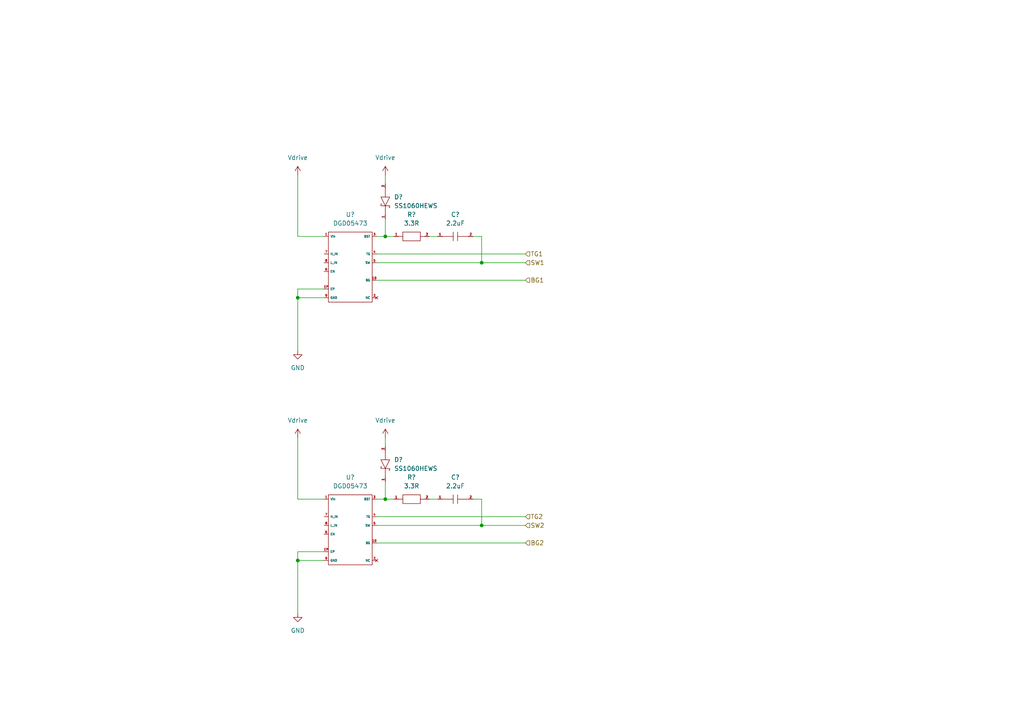
<source format=kicad_sch>
(kicad_sch (version 20211123) (generator eeschema)
  (paper "A4")
  (title_block (title "Digital_BuckBoost") (date "2022-07-01") (rev "1.0.1"))
  (lib_symbols
    (symbol "Basic_passive_components:Capacitor" (pin_names (offset 1.016))
      (property "Reference" "C" (at -4.445 -2.54 0))
      (property "Value" "Capacitor" (at 0 2.54 0))
      (symbol "Capacitor_0_1"
        (polyline (pts (xy -3.81 0) (xy -0.635 0)))
        (polyline (pts (xy -0.635 1.27) (xy -0.635 -1.27)))
        (polyline (pts (xy 0.635 0) (xy 3.81 0)))
        (polyline (pts (xy 0.635 1.27) (xy 0.635 -1.27)))
      )
      (symbol "Capacitor_1_1"
        (pin passive line (at -5.08 0 0) (length 1.27) (name "~") (number "1"))
        (pin passive line (at 5.08 0 180) (length 1.27) (name "~") (number "2"))
      )
    )
    (symbol "Basic_passive_components:Resistor" (pin_names (offset 1.016))
      (property "Reference" "R" (at -4.445 -2.54 0))
      (property "Value" "Resistor" (at 0 2.54 0))
      (symbol "Resistor_0_1"
        (rectangle (start -2.54 1.27) (end 2.54 -1.27))
        (polyline (pts (xy -3.81 0) (xy -2.54 0)))
        (polyline (pts (xy 2.54 0) (xy 3.81 0)))
      )
      (symbol "Resistor_1_1"
        (pin passive line (at -5.08 0 0) (length 1.27) (name "~") (number "1"))
        (pin passive line (at 5.08 0 180) (length 1.27) (name "~") (number "2"))
      )
    )
    (symbol "Basic_semiconductor:Diode_Schottky" (pin_names (offset 1.016) hide)
      (property "Reference" "D" (at -4.445 -2.54 0))
      (property "Value" "Diode_Schottky" (at 0 2.54 0))
      (symbol "Diode_Schottky_0_1"
        (polyline (pts (xy -0.762 1.016) (xy -0.762 1.27) (xy -1.27 1.27) (xy -1.27 -1.27) (xy -1.778 -1.27) (xy -1.778 -1.016)))
      )
      (symbol "Diode_Schottky_1_1"
        (polyline (pts (xy -3.81 0) (xy -1.27 0)))
        (polyline (pts (xy 1.27 0) (xy 3.81 0)))
        (polyline (pts (xy 1.27 1.27) (xy -1.27 0) (xy 1.27 -1.27) (xy 1.27 1.27)))
        (pin passive line (at -5.08 0 0) (length 1.27) (name "Cathode") (number "1"))
        (pin passive line (at 5.08 0 180) (length 1.27) (name "Anode") (number "2"))
      )
    )
    (symbol "Integrated-circuit_transistor_driver:DGD05473"
      (property "Reference" "U" (at -5.08 -12.7 0))
      (property "Value" "DGD05473" (at 0 10.16 0))
      (symbol "DGD05473_0_1"
        (rectangle (start -6.35 8.89) (end 6.35 -11.43))
      )
      (symbol "DGD05473_1_1"
        (pin power_in line (at -7.62 7.62 0) (length 1.27) (name "Vin") (number "1"))
        (pin output line (at 7.62 -5.08 180) (length 1.27) (name "BG") (number "10"))
        (pin no_connect line (at 7.62 -10.16 180) (length 1.27) (name "NC") (number "2"))
        (pin power_in line (at 7.62 7.62 180) (length 1.27) (name "BST") (number "3"))
        (pin output line (at 7.62 2.54 180) (length 1.27) (name "TG") (number "4"))
        (pin power_in line (at 7.62 0 180) (length 1.27) (name "SW") (number "5"))
        (pin input line (at -7.62 -2.54 0) (length 1.27) (name "EN") (number "6"))
        (pin input line (at -7.62 2.54 0) (length 1.27) (name "H_IN") (number "7"))
        (pin input line (at -7.62 0 0) (length 1.27) (name "L_IN") (number "8"))
        (pin power_in line (at -7.62 -10.16 0) (length 1.27) (name "GND") (number "9"))
        (pin passive line (at -7.62 -7.62 0) (length 1.27) (name "EP") (number "EP"))
      )
    )
    (symbol "power:GND" (power) (pin_names (offset 0))
      (property "Value" "GND" (at 0 -3.81 0))
      (symbol "GND_0_1"
        (polyline (pts (xy 0 0) (xy 0 -1.27) (xy 1.27 -1.27) (xy 0 -2.54) (xy -1.27 -1.27) (xy 0 -1.27)))
      )
      (symbol "GND_1_1"
        (pin power_in line (at 0 0 270) (length 0) hide (name "GND") (number "1"))
      )
    )
    (symbol "power:Vdrive" (power) (pin_names (offset 0))
      (property "Value" "Vdrive" (at 0 3.81 0))
      (symbol "Vdrive_0_1"
        (polyline (pts (xy -0.762 1.27) (xy 0 2.54)))
        (polyline (pts (xy 0 0) (xy 0 2.54)))
        (polyline (pts (xy 0 2.54) (xy 0.762 1.27)))
      )
      (symbol "Vdrive_1_1"
        (pin power_in line (at 0 0 90) (length 0) hide (name "Vdrive") (number "1"))
      )
    )
  )
  (junction (at 139.7 152.4))
  (junction (at 86.36 162.56))
  (junction (at 86.36 86.36))
  (junction (at 111.76 144.78))
  (junction (at 139.7 76.2))
  (junction (at 111.76 68.58))
  (wire (pts (xy 109.22 73.66) (xy 152.4 73.66)))
  (wire (pts (xy 139.7 152.4) (xy 152.4 152.4)))
  (wire (pts (xy 86.36 83.82) (xy 86.36 86.36)))
  (wire (pts (xy 86.36 162.56) (xy 93.98 162.56)))
  (wire (pts (xy 86.36 68.58) (xy 93.98 68.58)))
  (wire (pts (xy 109.22 81.28) (xy 152.4 81.28)))
  (wire (pts (xy 109.22 152.4) (xy 139.7 152.4)))
  (wire (pts (xy 111.76 127) (xy 111.76 129.54)))
  (wire (pts (xy 93.98 83.82) (xy 86.36 83.82)))
  (wire (pts (xy 109.22 149.86) (xy 152.4 149.86)))
  (wire (pts (xy 86.36 160.02) (xy 86.36 162.56)))
  (wire (pts (xy 86.36 86.36) (xy 86.36 101.6)))
  (wire (pts (xy 86.36 162.56) (xy 86.36 177.8)))
  (wire (pts (xy 124.46 144.78) (xy 127 144.78)))
  (wire (pts (xy 109.22 76.2) (xy 139.7 76.2)))
  (wire (pts (xy 139.7 68.58) (xy 139.7 76.2)))
  (wire (pts (xy 137.16 68.58) (xy 139.7 68.58)))
  (wire (pts (xy 111.76 63.5) (xy 111.76 68.58)))
  (wire (pts (xy 139.7 76.2) (xy 152.4 76.2)))
  (wire (pts (xy 86.36 86.36) (xy 93.98 86.36)))
  (wire (pts (xy 124.46 68.58) (xy 127 68.58)))
  (wire (pts (xy 93.98 160.02) (xy 86.36 160.02)))
  (wire (pts (xy 111.76 144.78) (xy 114.3 144.78)))
  (wire (pts (xy 109.22 144.78) (xy 111.76 144.78)))
  (wire (pts (xy 86.36 127) (xy 86.36 144.78)))
  (wire (pts (xy 86.36 50.8) (xy 86.36 68.58)))
  (wire (pts (xy 137.16 144.78) (xy 139.7 144.78)))
  (wire (pts (xy 111.76 68.58) (xy 114.3 68.58)))
  (wire (pts (xy 111.76 50.8) (xy 111.76 53.34)))
  (wire (pts (xy 86.36 144.78) (xy 93.98 144.78)))
  (wire (pts (xy 109.22 157.48) (xy 152.4 157.48)))
  (wire (pts (xy 111.76 139.7) (xy 111.76 144.78)))
  (wire (pts (xy 109.22 68.58) (xy 111.76 68.58)))
  (wire (pts (xy 139.7 144.78) (xy 139.7 152.4)))
  (hierarchical_label "TG1" (shape input) (at 152.4 73.66 0))
  (hierarchical_label "BG2" (shape input) (at 152.4 157.48 0))
  (hierarchical_label "SW1" (shape input) (at 152.4 76.2 0))
  (hierarchical_label "BG1" (shape input) (at 152.4 81.28 0))
  (hierarchical_label "SW2" (shape input) (at 152.4 152.4 0))
  (hierarchical_label "TG2" (shape input) (at 152.4 149.86 0))
  (symbol (lib_id "power:GND") (at 86.36 177.8 0) (unit 1)
    (property "Reference" "#PWR?" (effects hide))
    (property "Value" "GND" (at 86.36 182.88 0))
  )
  (symbol (lib_id "Basic_passive_components:Capacitor") (at 132.08 68.58 0) (unit 1)
    (property "Reference" "C?" (at 132.08 62.23 0))
    (property "Value" "2.2uF" (at 132.08 64.77 0))
    (property "Footprint" "GENERAL_RCL_SMD:C0805(2012M)" (effects hide))
  )
  (symbol (lib_id "power:GND") (at 86.36 101.6 0) (unit 1)
    (property "Reference" "#PWR?" (effects hide))
    (property "Value" "GND" (at 86.36 106.68 0))
  )
  (symbol (lib_id "Basic_passive_components:Resistor") (at 119.38 144.78 0) (unit 1)
    (property "Reference" "R?" (at 119.38 138.43 0))
    (property "Value" "3.3R" (at 119.38 140.97 0))
    (property "Footprint" "GENERAL_RCL_SMD:R0603(1608M)" (effects hide))
  )
  (symbol (lib_id "power:Vdrive") (at 111.76 127 0) (unit 1)
    (property "Reference" "#PWR?" (effects hide))
    (property "Value" "Vdrive" (at 111.76 121.92 0))
  )
  (symbol (lib_id "Basic_semiconductor:Diode_Schottky") (at 111.76 134.62 90) (unit 1)
    (property "Reference" "D?" (at 114.3 133.3499 90) (effects (justify right)))
    (property "Value" "SS1060HEWS" (at 114.3 135.8899 90) (effects (justify right)))
    (property "Footprint" "POWER_DIODE_SMD:SOD-123HE" (effects hide))
  )
  (symbol (lib_id "Basic_passive_components:Capacitor") (at 132.08 144.78 0) (unit 1)
    (property "Reference" "C?" (at 132.08 138.43 0))
    (property "Value" "2.2uF" (at 132.08 140.97 0))
    (property "Footprint" "GENERAL_RCL_SMD:C0805(2012M)" (effects hide))
  )
  (symbol (lib_id "Integrated-circuit_transistor_driver:DGD05473") (at 101.6 152.4 0) (unit 1)
    (property "Reference" "U?" (at 101.6 138.43 0))
    (property "Value" "DGD05473" (at 101.6 140.97 0))
    (property "Footprint" "GENERAL_SMALL-SEMI_SMD:DFN-3030_10" (effects hide))
  )
  (symbol (lib_id "power:Vdrive") (at 86.36 50.8 0) (unit 1)
    (property "Reference" "#PWR?" (effects hide))
    (property "Value" "Vdrive" (at 86.36 45.72 0))
  )
  (symbol (lib_id "Integrated-circuit_transistor_driver:DGD05473") (at 101.6 76.2 0) (unit 1)
    (property "Reference" "U?" (at 101.6 62.23 0))
    (property "Value" "DGD05473" (at 101.6 64.77 0))
    (property "Footprint" "GENERAL_SMALL-SEMI_SMD:DFN-3030_10" (effects hide))
  )
  (symbol (lib_id "Basic_passive_components:Resistor") (at 119.38 68.58 0) (unit 1)
    (property "Reference" "R?" (at 119.38 62.23 0))
    (property "Value" "3.3R" (at 119.38 64.77 0))
    (property "Footprint" "GENERAL_RCL_SMD:R0603(1608M)" (effects hide))
  )
  (symbol (lib_id "power:Vdrive") (at 111.76 50.8 0) (unit 1)
    (property "Reference" "#PWR?" (effects hide))
    (property "Value" "Vdrive" (at 111.76 45.72 0))
  )
  (symbol (lib_id "Basic_semiconductor:Diode_Schottky") (at 111.76 58.42 90) (unit 1)
    (property "Reference" "D?" (at 114.3 57.1499 90) (effects (justify right)))
    (property "Value" "SS1060HEWS" (at 114.3 59.6899 90) (effects (justify right)))
    (property "Footprint" "POWER_DIODE_SMD:SOD-123HE" (effects hide))
  )
  (symbol (lib_id "power:Vdrive") (at 86.36 127 0) (unit 1)
    (property "Reference" "#PWR?" (effects hide))
    (property "Value" "Vdrive" (at 86.36 121.92 0))
  )
)
</source>
